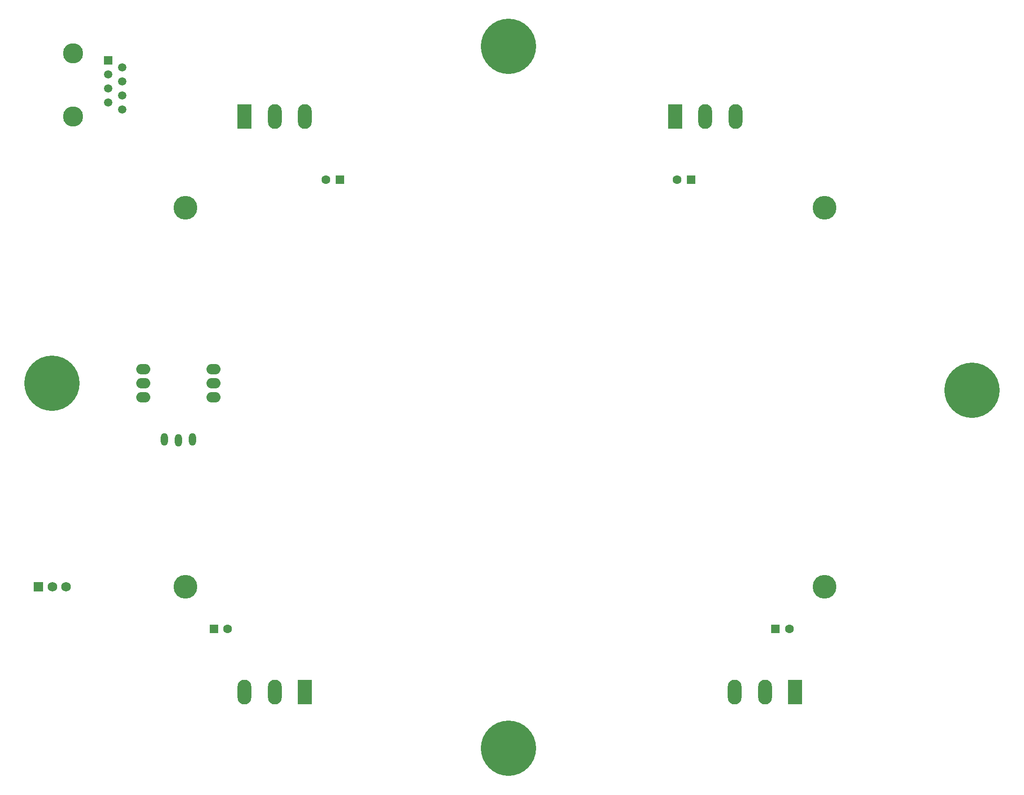
<source format=gbr>
G04 #@! TF.FileFunction,Soldermask,Bot*
%FSLAX46Y46*%
G04 Gerber Fmt 4.6, Leading zero omitted, Abs format (unit mm)*
G04 Created by KiCad (PCBNEW 4.0.7) date 01/04/18 15:18:24*
%MOMM*%
%LPD*%
G01*
G04 APERTURE LIST*
%ADD10C,0.100000*%
%ADD11C,3.650000*%
%ADD12R,1.500000X1.500000*%
%ADD13C,1.500000*%
%ADD14C,10.000000*%
%ADD15C,4.300000*%
%ADD16R,2.500000X4.500000*%
%ADD17O,2.500000X4.500000*%
%ADD18R,1.600000X1.600000*%
%ADD19C,1.600000*%
%ADD20O,2.540000X1.900000*%
%ADD21O,1.300000X2.300000*%
%ADD22R,1.750000X1.750000*%
%ADD23C,1.750000*%
G04 APERTURE END LIST*
D10*
D11*
X45720000Y-38100000D03*
X45720000Y-26670000D03*
D12*
X52070000Y-27940000D03*
D13*
X54610000Y-29210000D03*
X52070000Y-30480000D03*
X54610000Y-31750000D03*
X52070000Y-33020000D03*
X54610000Y-34290000D03*
X52070000Y-35560000D03*
X54610000Y-36830000D03*
D14*
X124460000Y-152400000D03*
X124460000Y-25400000D03*
X208280000Y-87630000D03*
X41910000Y-86360000D03*
D15*
X181610000Y-123190000D03*
D16*
X76730000Y-38100000D03*
D17*
X82180000Y-38100000D03*
X87630000Y-38100000D03*
D15*
X181610000Y-54610000D03*
D18*
X71160000Y-130810000D03*
D19*
X73660000Y-130810000D03*
D18*
X172720000Y-130810000D03*
D19*
X175220000Y-130810000D03*
D15*
X66040000Y-54610000D03*
X66040000Y-123190000D03*
D18*
X93940000Y-49530000D03*
D19*
X91440000Y-49530000D03*
D18*
X157440000Y-49530000D03*
D19*
X154940000Y-49530000D03*
D16*
X154570000Y-38100000D03*
D17*
X160020000Y-38100000D03*
X165470000Y-38100000D03*
D16*
X176265000Y-142240000D03*
D17*
X170815000Y-142240000D03*
X165365000Y-142240000D03*
D16*
X87630000Y-142240000D03*
D17*
X82180000Y-142240000D03*
X76730000Y-142240000D03*
D20*
X71120000Y-88900000D03*
D21*
X67310000Y-96520000D03*
X64770000Y-96614460D03*
X62230000Y-96520000D03*
D20*
X71120000Y-86360000D03*
X71120000Y-83820000D03*
X58420000Y-88900000D03*
X58420000Y-86360000D03*
X58420000Y-83820000D03*
D22*
X39450000Y-123190000D03*
D23*
X41950000Y-123190000D03*
X44450000Y-123190000D03*
M02*

</source>
